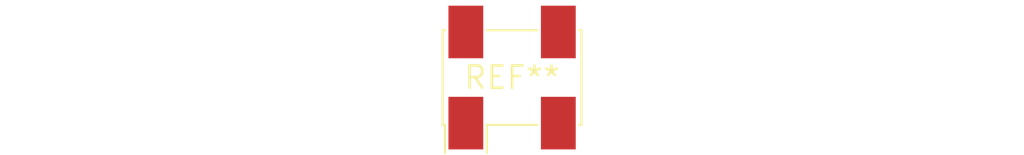
<source format=kicad_pcb>
(kicad_pcb (version 20240108) (generator pcbnew)
  (layers (0 "F.Cu" signal) (31 "B.Cu" signal) (34 "B.Paste" user) (35 "F.Paste" user) (36 "B.SilkS" user "B.Silkscreen") (37 "F.SilkS" user "F.Silkscreen") (38 "B.Mask" user) (39 "F.Mask" user) (44 "Edge.Cuts" user))
  (net 0 "")
  (footprint "Oscillator_SMD_IQD_IQXO70-4Pin_7.5x5.0mm_HandSoldering" (layer "F.Cu") (at 0 0)
    (property "Reference" "REF**")
    (property "Value" "Oscillator_SMD_IQD_IQXO70-4Pin_7.5x5.0mm_HandSoldering")
    (fp_line (start -3.95 -2.7) (end -3.82 -2.7) (layer "F.SilkS") (stroke (width 0.12)))
    (fp_line (start -3.95 2.7) (end -3.95 -2.7) (layer "F.SilkS") (stroke (width 0.12)))
    (fp_line (start -3.82 2.7) (end -3.95 2.7) (layer "F.SilkS") (stroke (width 0.12)))
    (fp_line (start -3.82 4.3) (end -3.82 2.7) (layer "F.SilkS") (stroke (width 0.12)))
    (fp_line (start -1.44 -2.7) (end 1.44 -2.7) (layer "F.SilkS") (stroke (width 0.12)))
    (fp_line (start -1.44 2.7) (end -1.44 4.3) (layer "F.SilkS") (stroke (width 0.12)))
    (fp_line (start 1.44 2.7) (end -1.44 2.7) (layer "F.SilkS") (stroke (width 0.12)))
    (fp_line (start 3.82 -2.7) (end 3.95 -2.7) (layer "F.SilkS") (stroke (width 0.12)))
    (fp_line (start 3.95 -2.7) (end 3.95 2.7) (layer "F.SilkS") (stroke (width 0.12)))
    (fp_line (start 3.95 2.7) (end 3.82 2.7) (layer "F.SilkS") (stroke (width 0.12)))
    (pad "1" smd rect (at -2.63 2.6) (size 1.98 3) (layers "F.Cu" "F.Paste" "F.Mask"))
    (pad "2" smd rect (at 2.63 2.6) (size 1.98 3) (layers "F.Cu" "F.Paste" "F.Mask"))
    (pad "3" smd rect (at 2.63 -2.6) (size 1.98 3) (layers "F.Cu" "F.Paste" "F.Mask"))
    (pad "4" smd rect (at -2.63 -2.6) (size 1.98 3) (layers "F.Cu" "F.Paste" "F.Mask"))
  )
)
</source>
